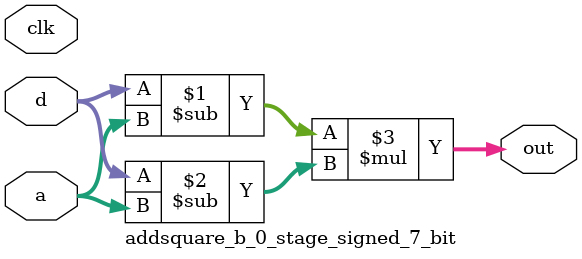
<source format=sv>
(* use_dsp = "yes" *) module addsquare_b_0_stage_signed_7_bit(
	input signed [6:0] a,
	input signed [6:0] d,
	output [6:0] out,
	input clk);

	assign out = (d - a) * (d - a);
endmodule

</source>
